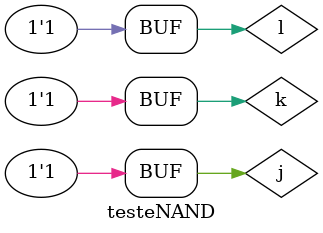
<source format=v>





module PORTANAND (s, j, k, l);
output s;
input j, k, l;

assign s = ~( j & k & l);

endmodule




module testeNAND;
reg j, k, l;
wire s1, s2, s3, s4, s;

PORTANAND NAND1(s1, j, j, j);
PORTANAND NAND2(s2, k, k, k);
PORTANAND NAND3(s3, l, l, l);
PORTANAND NAND4(s4, s1, s2, s3);
PORTANAND NAND5(s, s4, s4, s4);
 
initial begin:start

 j=0; k=0; l=0;
 
 end
 
 
 
 initial begin : main
 
 $display("Guia 02 - Raphaela Fernanda Silva - 420141");
 $display("Teste PORTANAND");
 $display("~(j | k | l) = s");
 $monitor("  %b   %b   %b  = %b", j, k, l, s);
 
  #1  j=0; k=0; l=1;
  #1  j=0; k=1; l=0;
  #1  j=0; k=1; l=1;
  #1  j=1; k=0; l=0;
  #1  j=1; k=0; l=1;
  #1  j=1; k=1; l=0;
  #1  j=1; k=1; l=1;

 
 end
 
 endmodule
</source>
